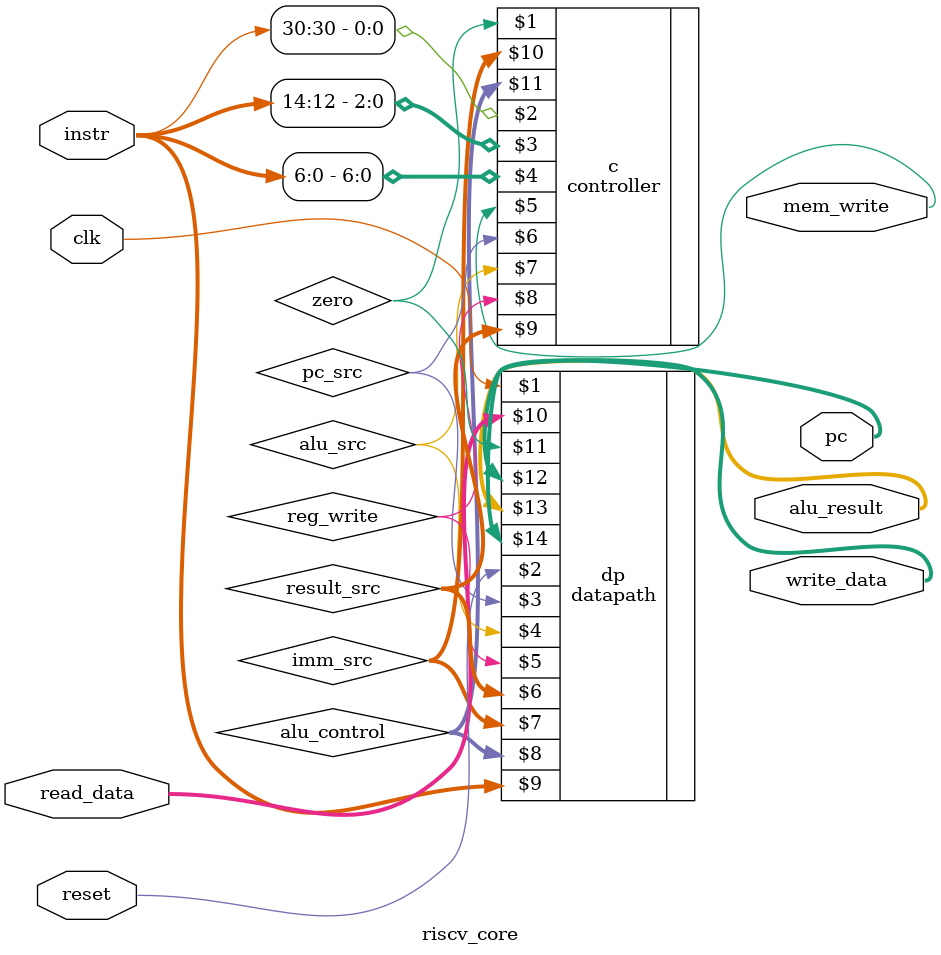
<source format=v>
module riscv_core(
	input  clk, reset,
	input  [31:0] instr, read_data,
	output mem_write,
	output [31:0] pc, alu_result, write_data
	);
	
	wire alu_src, reg_write, pc_src, zero;
	wire [1:0] result_src, imm_src;
	wire [2:0] alu_control;
	
	controller c(zero, instr[30], instr[14:12], instr[6:0], mem_write, 
					 pc_src, alu_src, reg_write, result_src, imm_src, alu_control);
	
	datapath  dp(clk, reset, pc_src, alu_src, reg_write, result_src, imm_src, 
				    alu_control, instr, read_data, zero, pc, alu_result, write_data);

endmodule
	
</source>
